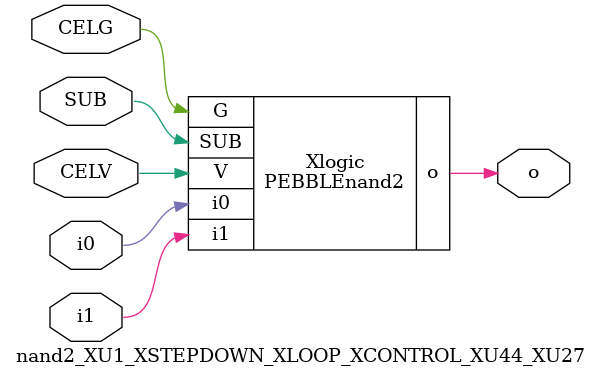
<source format=v>



module PEBBLEnand2 ( o, G, SUB, V, i0, i1 );

  input i0;
  input V;
  input i1;
  input G;
  output o;
  input SUB;
endmodule

//Celera Confidential Do Not Copy nand2_XU1_XSTEPDOWN_XLOOP_XCONTROL_XU44_XU27
//Celera Confidential Symbol Generator
//5V NAND2
module nand2_XU1_XSTEPDOWN_XLOOP_XCONTROL_XU44_XU27 (CELV,CELG,i0,i1,o,SUB);
input CELV;
input CELG;
input i0;
input i1;
input SUB;
output o;

//Celera Confidential Do Not Copy nand2
PEBBLEnand2 Xlogic(
.V (CELV),
.i0 (i0),
.i1 (i1),
.o (o),
.SUB (SUB),
.G (CELG)
);
//,diesize,PEBBLEnand2

//Celera Confidential Do Not Copy Module End
//Celera Schematic Generator
endmodule

</source>
